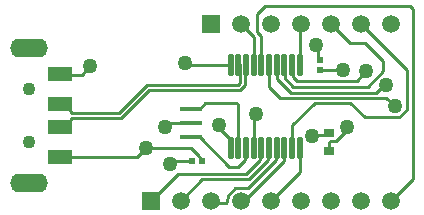
<source format=gtl>
G04*
G04 #@! TF.GenerationSoftware,Altium Limited,Altium Designer,21.6.1 (37)*
G04*
G04 Layer_Physical_Order=1*
G04 Layer_Color=255*
%FSLAX44Y44*%
%MOMM*%
G71*
G04*
G04 #@! TF.SameCoordinates,C135475F-75A8-4638-86A0-0441CF34CE4C*
G04*
G04*
G04 #@! TF.FilePolarity,Positive*
G04*
G01*
G75*
%ADD14R,0.9000X0.6500*%
%ADD15R,0.6000X0.5400*%
%ADD16R,0.5400X0.6000*%
G04:AMPARAMS|DCode=17|XSize=1.9mm|YSize=0.48mm|CornerRadius=0.12mm|HoleSize=0mm|Usage=FLASHONLY|Rotation=90.000|XOffset=0mm|YOffset=0mm|HoleType=Round|Shape=RoundedRectangle|*
%AMROUNDEDRECTD17*
21,1,1.9000,0.2400,0,0,90.0*
21,1,1.6600,0.4800,0,0,90.0*
1,1,0.2400,0.1200,0.8300*
1,1,0.2400,0.1200,-0.8300*
1,1,0.2400,-0.1200,-0.8300*
1,1,0.2400,-0.1200,0.8300*
%
%ADD17ROUNDEDRECTD17*%
%ADD18R,2.0000X1.2000*%
%ADD19R,1.9000X0.4000*%
%ADD31C,0.2787*%
%ADD32C,0.2540*%
%ADD33C,1.1000*%
%ADD34O,3.2000X1.6000*%
%ADD35R,1.5000X1.5000*%
%ADD36C,1.5000*%
%ADD37C,1.2700*%
D14*
X524000Y327250D02*
D03*
Y312750D02*
D03*
D15*
X516000Y389320D02*
D03*
Y380680D02*
D03*
D16*
X416320Y304000D02*
D03*
X407680D02*
D03*
D17*
X440750Y314950D02*
D03*
X447250D02*
D03*
X453750D02*
D03*
X460250D02*
D03*
X466750D02*
D03*
X473250D02*
D03*
X479750D02*
D03*
X486250D02*
D03*
X492750D02*
D03*
X499250D02*
D03*
Y385050D02*
D03*
X492750D02*
D03*
X486250D02*
D03*
X479750D02*
D03*
X473250D02*
D03*
X466750D02*
D03*
X460250D02*
D03*
X453750D02*
D03*
X447250D02*
D03*
X440750D02*
D03*
D18*
X296000Y377500D02*
D03*
Y307500D02*
D03*
Y352500D02*
D03*
Y332500D02*
D03*
D19*
X407000Y324000D02*
D03*
Y336000D02*
D03*
Y348000D02*
D03*
D31*
X370188Y368188D02*
X446839D01*
X448472Y369821D02*
Y374771D01*
X452528Y368140D02*
Y374771D01*
X346528Y344528D02*
X370188Y368188D01*
X348209Y340472D02*
X371869Y364132D01*
X448519D02*
X452528Y368140D01*
X446839Y368188D02*
X448472Y369821D01*
X371869Y364132D02*
X448519D01*
X308548Y340472D02*
X348209D01*
X310228Y344528D02*
X346528D01*
X448257Y374986D02*
Y385724D01*
X308548Y340472D02*
X308548Y340472D01*
X304607Y338839D02*
X306239Y340472D01*
X308548D01*
X300000Y332500D02*
X304607Y337107D01*
Y338839D01*
X296000Y332500D02*
X300000D01*
X304607Y346161D02*
Y347893D01*
Y346161D02*
X306239Y344528D01*
X296000Y352500D02*
X300000D01*
X304607Y347893D01*
X306239Y344528D02*
X310228D01*
X310228Y344528D01*
X452743Y374986D02*
Y384044D01*
X452528Y374771D02*
X452743Y374986D01*
X448257D02*
X448472Y374771D01*
D32*
X419214Y352714D02*
X445762D01*
X407000Y348000D02*
X414500D01*
X445762Y352714D02*
X447250Y351226D01*
Y314950D02*
Y351226D01*
X414500Y348000D02*
X419214Y352714D01*
X385476Y332476D02*
X389000Y336000D01*
X529726Y321040D02*
X539000Y330314D01*
Y333000D01*
X522926Y326176D02*
X524000Y327250D01*
X509502Y325103D02*
X510576Y326176D01*
X522926D01*
X524000Y312750D02*
Y319552D01*
X525488Y321040D02*
X529726D01*
X524000Y319552D02*
X525488Y321040D01*
X492750Y314950D02*
Y334237D01*
X511823Y353310D02*
X541610D01*
X492750Y334237D02*
X511823Y353310D01*
X480040Y373306D02*
X491576Y361770D01*
X589840Y347154D02*
Y380960D01*
X491576Y361770D02*
X564049D01*
X482460Y357540D02*
X572300D01*
X541610Y353310D02*
X554070Y340850D01*
X570188Y367909D02*
X572278D01*
X554070Y340850D02*
X583536D01*
X564049Y361770D02*
X570188Y367909D01*
X473250Y366750D02*
X482460Y357540D01*
X583536Y340850D02*
X589840Y347154D01*
X572300Y357540D02*
X579680Y350160D01*
X361500Y307500D02*
X369000Y315000D01*
X403511Y385050D02*
X440750D01*
X401756Y386805D02*
X403511Y385050D01*
X493880Y375037D02*
Y383920D01*
X547322Y371690D02*
X555472Y379840D01*
X497227Y371690D02*
X547322D01*
X493880Y375037D02*
X497227Y371690D01*
X535680Y380680D02*
X536000Y381000D01*
X492750Y385050D02*
X493880Y383920D01*
X516000Y380680D02*
X535680D01*
X514500Y390750D02*
Y400500D01*
Y390750D02*
X515930Y389320D01*
X513000Y402000D02*
X514500Y400500D01*
X515930Y389320D02*
X516000D01*
X389000Y301000D02*
X392000Y304000D01*
X407680D01*
X389000Y336000D02*
X407000D01*
X296000Y377000D02*
X315000D01*
X322000Y384000D01*
X296000Y377000D02*
Y377500D01*
Y307500D02*
X361500D01*
X413650Y306970D02*
X416320Y304300D01*
X413650Y306970D02*
Y308354D01*
X407004Y315000D02*
X413650Y308354D01*
X416320Y304000D02*
Y304300D01*
X369000Y315000D02*
X407004D01*
X431000Y331800D02*
Y334095D01*
Y331800D02*
X440750Y322050D01*
Y314950D02*
Y322050D01*
X452920Y315436D02*
X453092Y315608D01*
X452920Y304799D02*
Y315436D01*
X407000Y324000D02*
X414500D01*
X439500Y299000D01*
X447122D01*
X452920Y304799D01*
X453092Y315608D02*
X453750Y314950D01*
X460250Y342250D02*
X461777Y343777D01*
X460250Y314950D02*
Y342250D01*
X466530Y315170D02*
X466750Y314950D01*
X465920Y314120D02*
X466750Y314950D01*
X373000Y270000D02*
X396000Y293000D01*
X454122D01*
X456082Y288460D02*
X472420Y304799D01*
X454122Y293000D02*
X465920Y304799D01*
Y314120D01*
X398400Y270000D02*
X416860Y288460D01*
X456082D01*
X472420Y304799D02*
Y314120D01*
X473250Y314950D01*
X437890Y269378D02*
Y272031D01*
X444739Y280770D02*
X455655D01*
X438430Y272571D02*
Y274461D01*
X425910Y267890D02*
X436402D01*
X437890Y269378D01*
X423800Y270000D02*
X425910Y267890D01*
X437890Y272031D02*
X438430Y272571D01*
Y274461D02*
X444739Y280770D01*
X449200Y270000D02*
X452069D01*
X485960Y303891D01*
Y314660D02*
X486250Y314950D01*
X485960Y303891D02*
Y314660D01*
X455655Y280770D02*
X479460Y304575D01*
Y314660D01*
X479750Y314950D01*
X499250Y294650D02*
Y314950D01*
X474600Y270000D02*
X499250Y294650D01*
X550800Y420000D02*
X589840Y380960D01*
X594920Y288720D02*
Y432264D01*
X570000Y380000D02*
Y388512D01*
X556660Y366660D02*
X570000Y380000D01*
X493871Y366660D02*
X556660D01*
X541592Y403808D02*
X554704D01*
X525400Y420000D02*
X541592Y403808D01*
X554704D02*
X570000Y388512D01*
X587736Y434920D02*
X592264D01*
X470000D02*
X587736D01*
X576200Y270000D02*
X594920Y288720D01*
X592264Y434920D02*
X594920Y432264D01*
X463290Y428210D02*
X470000Y434920D01*
X486540Y373991D02*
Y384760D01*
Y373991D02*
X493871Y366660D01*
X486250Y385050D02*
X486540Y384760D01*
X480040Y373306D02*
Y384760D01*
X466750Y385050D02*
Y409634D01*
X463290Y413094D02*
X466750Y409634D01*
X463290Y413094D02*
Y428210D01*
X473250Y366750D02*
Y385050D01*
X499250D02*
X499625Y385425D01*
Y419625D01*
X500000Y420000D01*
X479750Y385050D02*
X480040Y384760D01*
X460250Y385050D02*
Y408950D01*
X449200Y420000D02*
X460250Y408950D01*
D33*
X270000Y365000D02*
D03*
Y320000D02*
D03*
D34*
Y399500D02*
D03*
Y285500D02*
D03*
D35*
X373000Y270000D02*
D03*
X423800Y420000D02*
D03*
D36*
Y270000D02*
D03*
X449200D02*
D03*
X474600D02*
D03*
X500000D02*
D03*
X525400D02*
D03*
X550800D02*
D03*
X576200D02*
D03*
X398400D02*
D03*
X576200Y420000D02*
D03*
X550800D02*
D03*
X525400D02*
D03*
X500000D02*
D03*
X449200D02*
D03*
X474600D02*
D03*
D37*
X385476Y332476D02*
D03*
X539000Y333000D02*
D03*
X509502Y325103D02*
D03*
X369000Y315000D02*
D03*
X401756Y386805D02*
D03*
X536000Y381000D02*
D03*
X389000Y301000D02*
D03*
X513000Y402000D02*
D03*
X322000Y384000D02*
D03*
X431000Y334095D02*
D03*
X461777Y343777D02*
D03*
X579680Y350160D02*
D03*
X555472Y379840D02*
D03*
X572278Y367909D02*
D03*
M02*

</source>
